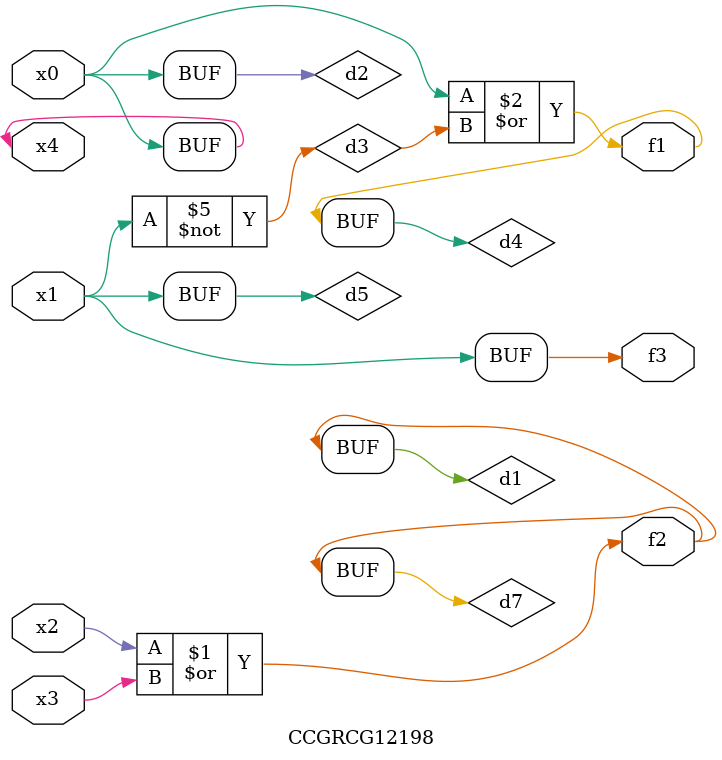
<source format=v>
module CCGRCG12198(
	input x0, x1, x2, x3, x4,
	output f1, f2, f3
);

	wire d1, d2, d3, d4, d5, d6, d7;

	or (d1, x2, x3);
	buf (d2, x0, x4);
	not (d3, x1);
	or (d4, d2, d3);
	not (d5, d3);
	nand (d6, d1, d3);
	or (d7, d1);
	assign f1 = d4;
	assign f2 = d7;
	assign f3 = d5;
endmodule

</source>
